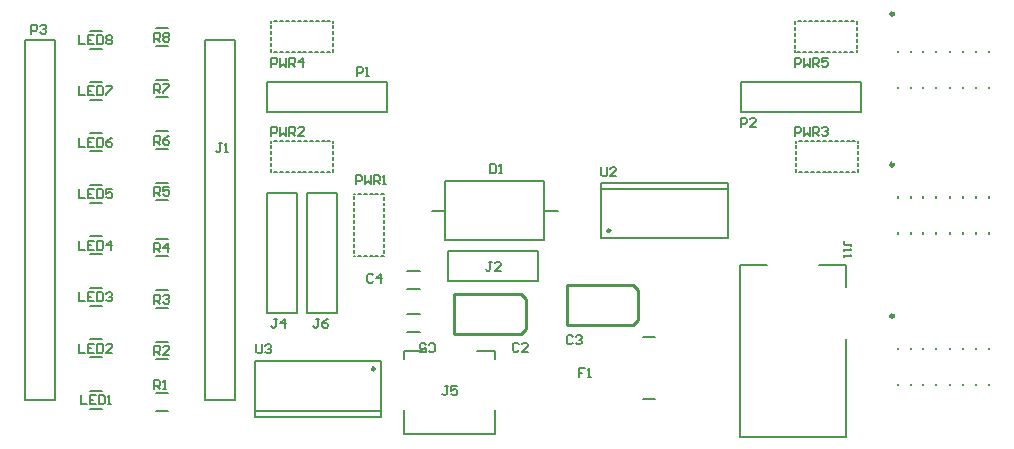
<source format=gto>
%FSLAX23Y23*%
%MOIN*%
G70*
G01*
G75*
%ADD10R,0.020X0.055*%
%ADD11R,0.037X0.067*%
%ADD12R,0.051X0.033*%
%ADD13R,0.132X0.213*%
%ADD14R,0.079X0.087*%
%ADD15C,0.025*%
%ADD16C,0.020*%
%ADD17C,0.015*%
%ADD18C,0.010*%
%ADD19C,0.005*%
%ADD20O,0.043X0.142*%
%ADD21C,0.063*%
%ADD22R,0.063X0.063*%
%ADD23P,0.128X8X112.5*%
%ADD24P,0.128X8X202.5*%
%ADD25C,0.081*%
%ADD26C,0.060*%
%ADD27C,0.059*%
%ADD28R,0.059X0.059*%
%ADD29R,0.059X0.059*%
%ADD30C,0.016*%
%ADD31C,0.024*%
%ADD32C,0.010*%
%ADD33C,0.012*%
%ADD34C,0.006*%
%ADD35C,0.008*%
%ADD36C,0.006*%
D18*
X710Y313D02*
X932D01*
X710Y447D02*
X932D01*
X710Y313D02*
Y447D01*
X948Y329D02*
Y431D01*
X932Y447D02*
X948Y431D01*
X932Y313D02*
X948Y329D01*
X1307Y343D02*
X1323Y359D01*
X1307Y477D02*
X1323Y461D01*
Y359D02*
Y461D01*
X1085Y343D02*
Y477D01*
X1307D01*
X1085Y343D02*
X1307D01*
D19*
X477Y604D02*
Y614D01*
Y584D02*
Y594D01*
X467Y574D02*
X477D01*
X447D02*
X457D01*
X428D02*
X438D01*
X408D02*
X418D01*
X388D02*
X398D01*
X388D02*
X398D01*
X374D02*
X379D01*
X374Y585D02*
Y595D01*
Y605D02*
Y615D01*
X477Y584D02*
Y594D01*
Y604D02*
Y614D01*
Y623D02*
Y633D01*
Y682D02*
Y692D01*
Y663D02*
Y673D01*
Y643D02*
Y653D01*
Y742D02*
Y751D01*
Y722D02*
Y732D01*
Y702D02*
Y712D01*
Y761D02*
Y771D01*
X467Y781D02*
X477D01*
X447D02*
X457D01*
X447D02*
X457D01*
X428D02*
X438D01*
X408D02*
X418D01*
X388D02*
X398D01*
X374D02*
X379D01*
X374Y762D02*
Y772D01*
Y703D02*
Y713D01*
Y723D02*
Y733D01*
Y743D02*
Y753D01*
Y644D02*
Y654D01*
Y664D02*
Y674D01*
Y684D02*
Y694D01*
Y625D02*
Y634D01*
Y605D02*
Y615D01*
Y585D02*
Y595D01*
X2030Y1254D02*
X2040D01*
X2010D02*
X2020D01*
X1991D02*
X2000D01*
X1931D02*
X1941D01*
X1951D02*
X1961D01*
X1971D02*
X1981D01*
X1872D02*
X1882D01*
X1892D02*
X1902D01*
X1912D02*
X1922D01*
X1853D02*
X1863D01*
X1844D02*
Y1259D01*
Y1268D02*
Y1278D01*
Y1288D02*
Y1298D01*
Y1308D02*
Y1318D01*
Y1327D02*
Y1337D01*
Y1327D02*
Y1337D01*
Y1347D02*
Y1357D01*
X1854D02*
X1864D01*
X1913D02*
X1923D01*
X1893D02*
X1903D01*
X1874D02*
X1883D01*
X1972D02*
X1982D01*
X1952D02*
X1962D01*
X1933D02*
X1943D01*
X1992D02*
X2002D01*
X2011D02*
X2021D01*
X2031D02*
X2041D01*
X2010Y1254D02*
X2020D01*
X2030D02*
X2040D01*
X2051D02*
Y1259D01*
Y1268D02*
Y1278D01*
Y1268D02*
Y1278D01*
Y1288D02*
Y1298D01*
Y1308D02*
Y1318D01*
Y1327D02*
Y1337D01*
Y1347D02*
Y1357D01*
X2031D02*
X2041D01*
X2011D02*
X2021D01*
X1860Y956D02*
X1870D01*
X1880D02*
X1890D01*
X1900D02*
X1909D01*
X1959D02*
X1969D01*
X1939D02*
X1949D01*
X1919D02*
X1929D01*
X2018D02*
X2028D01*
X1998D02*
X2008D01*
X1978D02*
X1988D01*
X2037D02*
X2047D01*
X2056Y951D02*
Y956D01*
Y932D02*
Y942D01*
Y912D02*
Y922D01*
Y892D02*
Y902D01*
Y873D02*
Y883D01*
Y873D02*
Y883D01*
Y853D02*
Y863D01*
X2036Y853D02*
X2046D01*
X1977D02*
X1987D01*
X1997D02*
X2007D01*
X2017D02*
X2026D01*
X1918D02*
X1928D01*
X1938D02*
X1948D01*
X1957D02*
X1967D01*
X1898D02*
X1908D01*
X1879D02*
X1889D01*
X1859D02*
X1869D01*
X1880Y956D02*
X1890D01*
X1860D02*
X1870D01*
X1849Y951D02*
Y956D01*
Y932D02*
Y942D01*
Y932D02*
Y942D01*
Y912D02*
Y922D01*
Y892D02*
Y902D01*
Y873D02*
Y883D01*
Y853D02*
Y863D01*
X1859Y853D02*
X1869D01*
X1879D02*
X1889D01*
X110Y1356D02*
X120D01*
X130D02*
X140D01*
X150D02*
X159D01*
X209D02*
X219D01*
X189D02*
X199D01*
X169D02*
X179D01*
X268D02*
X278D01*
X248D02*
X258D01*
X228D02*
X238D01*
X287D02*
X297D01*
X306Y1351D02*
Y1356D01*
Y1332D02*
Y1342D01*
Y1312D02*
Y1322D01*
Y1292D02*
Y1302D01*
Y1273D02*
Y1283D01*
Y1273D02*
Y1283D01*
Y1253D02*
Y1263D01*
X286Y1253D02*
X296D01*
X227D02*
X237D01*
X247D02*
X257D01*
X267D02*
X276D01*
X168D02*
X178D01*
X188D02*
X198D01*
X207D02*
X217D01*
X148D02*
X158D01*
X129D02*
X139D01*
X109D02*
X119D01*
X130Y1356D02*
X140D01*
X110D02*
X120D01*
X99Y1351D02*
Y1356D01*
Y1332D02*
Y1342D01*
Y1332D02*
Y1342D01*
Y1312D02*
Y1322D01*
Y1292D02*
Y1302D01*
Y1273D02*
Y1283D01*
Y1253D02*
Y1263D01*
X109Y1253D02*
X119D01*
X129D02*
X139D01*
X110Y956D02*
X120D01*
X130D02*
X140D01*
X150D02*
X159D01*
X209D02*
X219D01*
X189D02*
X199D01*
X169D02*
X179D01*
X268D02*
X278D01*
X248D02*
X258D01*
X228D02*
X238D01*
X287D02*
X297D01*
X306Y951D02*
Y956D01*
Y932D02*
Y942D01*
Y912D02*
Y922D01*
Y892D02*
Y902D01*
Y873D02*
Y883D01*
Y873D02*
Y883D01*
Y853D02*
Y863D01*
X286Y853D02*
X296D01*
X227D02*
X237D01*
X247D02*
X257D01*
X267D02*
X276D01*
X168D02*
X178D01*
X188D02*
X198D01*
X207D02*
X217D01*
X148D02*
X158D01*
X129D02*
X139D01*
X109D02*
X119D01*
X130Y956D02*
X140D01*
X110D02*
X120D01*
X99Y951D02*
Y956D01*
Y932D02*
Y942D01*
Y932D02*
Y942D01*
Y912D02*
Y922D01*
Y892D02*
Y902D01*
Y873D02*
Y883D01*
Y853D02*
Y863D01*
X109Y853D02*
X119D01*
X129D02*
X139D01*
X2033Y607D02*
Y615D01*
Y611D01*
X2012D01*
X2008Y615D01*
Y619D01*
X2012Y623D01*
X2008Y598D02*
Y590D01*
Y594D01*
X2033D01*
X2029Y598D01*
X2008Y577D02*
Y569D01*
Y573D01*
X2033D01*
X2029Y577D01*
D32*
X445Y197D02*
G03*
X445Y197I-5J0D01*
G01*
X1230Y658D02*
G03*
X1230Y658I-5J0D01*
G01*
D33*
X2174Y1381D02*
G03*
X2174Y1381I-5J0D01*
G01*
Y374D02*
G03*
X2174Y374I-5J0D01*
G01*
Y878D02*
G03*
X2174Y878I-5J0D01*
G01*
D34*
X543Y256D02*
X605D01*
X785D02*
X847D01*
Y230D02*
Y256D01*
X543Y230D02*
Y256D01*
X847Y-20D02*
Y60D01*
X543Y-20D02*
Y60D01*
Y-20D02*
X847D01*
D35*
X44Y38D02*
Y223D01*
X466Y38D02*
Y223D01*
X44D02*
X466D01*
X44Y38D02*
X466D01*
X44Y57D02*
X466D01*
X-505Y65D02*
X-465D01*
X-505Y125D02*
X-465D01*
X2188Y1253D02*
Y1257D01*
X2232Y1253D02*
Y1257D01*
X1662Y545D02*
X1752Y545D01*
X1662Y-30D02*
Y545D01*
Y-30D02*
X2016D01*
X1926Y545D02*
X2016D01*
Y470D02*
Y545D01*
Y-30D02*
Y296D01*
X680Y626D02*
X1010D01*
Y824D01*
X680D02*
X1010D01*
X680Y626D02*
Y824D01*
X1010Y725D02*
X1054D01*
X636D02*
X680D01*
X2065Y1055D02*
Y1155D01*
X1665Y1055D02*
X2065D01*
X1665Y1155D02*
X2065D01*
X1665Y1055D02*
Y1155D01*
X990Y489D02*
Y589D01*
X690Y489D02*
X990D01*
X690D02*
Y589D01*
X990D01*
X-720Y170D02*
Y1295D01*
Y95D02*
Y170D01*
Y95D02*
X-620D01*
Y1295D01*
X-720D02*
X-620D01*
X1340Y302D02*
X1380D01*
X1340Y98D02*
X1380D01*
X553Y525D02*
X597D01*
X553Y465D02*
X597D01*
X2188Y264D02*
Y268D01*
X2232Y264D02*
Y268D01*
X2273Y264D02*
Y268D01*
X2317Y264D02*
Y268D01*
X2407Y264D02*
Y268D01*
X2363Y264D02*
Y268D01*
X2448Y264D02*
Y268D01*
X2492Y264D02*
Y268D01*
X2188Y144D02*
Y148D01*
X2232Y144D02*
Y148D01*
X2317Y144D02*
Y148D01*
X2273Y144D02*
Y148D01*
X2363Y144D02*
Y148D01*
X2407Y144D02*
Y148D01*
X2492Y144D02*
Y148D01*
X2448Y144D02*
Y148D01*
X553Y380D02*
X597D01*
X553Y320D02*
X597D01*
X2492Y648D02*
Y652D01*
X2448Y648D02*
Y652D01*
X2363Y648D02*
Y652D01*
X2407Y648D02*
Y652D01*
X2317Y648D02*
Y652D01*
X2273Y648D02*
Y652D01*
X2188Y648D02*
Y652D01*
X2232Y648D02*
Y652D01*
X2492Y1133D02*
Y1137D01*
X2448Y1133D02*
Y1137D01*
X2407Y1133D02*
Y1137D01*
X2363Y1133D02*
Y1137D01*
X2317Y1133D02*
Y1137D01*
X2273Y1133D02*
Y1137D01*
X2232Y1133D02*
Y1137D01*
X2188Y1133D02*
Y1137D01*
X2448Y768D02*
Y772D01*
X2492Y768D02*
Y772D01*
X2407Y768D02*
Y772D01*
X2363Y768D02*
Y772D01*
X2273Y768D02*
Y772D01*
X2317Y768D02*
Y772D01*
X2188Y768D02*
Y772D01*
X2232Y768D02*
Y772D01*
X2448Y1253D02*
Y1257D01*
X2492Y1253D02*
Y1257D01*
X2363Y1253D02*
Y1257D01*
X2407Y1253D02*
Y1257D01*
X2273Y1253D02*
Y1257D01*
X2317Y1253D02*
Y1257D01*
X1199Y798D02*
X1621D01*
X1199Y817D02*
X1621D01*
X1199Y632D02*
X1621D01*
X1199D02*
Y817D01*
X1621Y632D02*
Y817D01*
X-285Y1332D02*
X-245D01*
X-285Y1273D02*
X-245D01*
X-285Y1161D02*
X-245D01*
X-285Y1102D02*
X-245D01*
X-285Y990D02*
X-245D01*
X-285Y930D02*
X-245D01*
X-285Y818D02*
X-245D01*
X-285Y759D02*
X-245D01*
X-285Y631D02*
X-245D01*
X-285Y572D02*
X-245D01*
X-285Y460D02*
X-245D01*
X-285Y400D02*
X-245D01*
X-285Y288D02*
X-245D01*
X-285Y229D02*
X-245D01*
X-285Y117D02*
X-245D01*
X-285Y58D02*
X-245D01*
X-505Y1265D02*
X-465D01*
X-505Y1325D02*
X-465D01*
X-505Y1094D02*
X-465D01*
X-505Y1153D02*
X-465D01*
X-505Y923D02*
X-465D01*
X-505Y982D02*
X-465D01*
X-505Y751D02*
X-465D01*
X-505Y810D02*
X-465D01*
X-505Y580D02*
X-465D01*
X-505Y639D02*
X-465D01*
X-505Y408D02*
X-465D01*
X-505Y467D02*
X-465D01*
X-505Y237D02*
X-465D01*
X-505Y296D02*
X-465D01*
X-120Y170D02*
Y1295D01*
Y95D02*
Y170D01*
Y95D02*
X-20D01*
Y1295D01*
X-120D02*
X-20D01*
X485Y1055D02*
Y1155D01*
X85Y1055D02*
X485D01*
X85Y1155D02*
X485D01*
X85Y1055D02*
Y1155D01*
Y385D02*
X185D01*
X85D02*
Y785D01*
X185Y385D02*
Y785D01*
X85D02*
X185D01*
X220D02*
X320D01*
Y385D02*
Y785D01*
X220Y385D02*
Y785D01*
Y385D02*
X320D01*
D36*
X690Y139D02*
X680D01*
X685D01*
Y114D01*
X680Y109D01*
X675D01*
X670Y114D01*
X720Y139D02*
X700D01*
Y124D01*
X710Y129D01*
X715D01*
X720Y124D01*
Y114D01*
X715Y109D01*
X705D01*
X700Y114D01*
X50Y280D02*
Y255D01*
X55Y250D01*
X65D01*
X70Y255D01*
Y280D01*
X80Y275D02*
X85Y280D01*
X95D01*
X100Y275D01*
Y270D01*
X95Y265D01*
X90D01*
X95D01*
X100Y260D01*
Y255D01*
X95Y250D01*
X85D01*
X80Y255D01*
X-535Y110D02*
Y80D01*
X-515D01*
X-485Y110D02*
X-505D01*
Y80D01*
X-485D01*
X-505Y95D02*
X-495D01*
X-475Y110D02*
Y80D01*
X-460D01*
X-455Y85D01*
Y105D01*
X-460Y110D01*
X-475D01*
X-445Y80D02*
X-435D01*
X-440D01*
Y110D01*
X-445Y105D01*
X830Y880D02*
Y850D01*
X845D01*
X850Y855D01*
Y875D01*
X845Y880D01*
X830D01*
X860Y850D02*
X870D01*
X865D01*
Y880D01*
X860Y875D01*
X382Y813D02*
Y843D01*
X396D01*
X401Y838D01*
Y828D01*
X396Y823D01*
X382D01*
X411Y843D02*
Y813D01*
X421Y823D01*
X431Y813D01*
Y843D01*
X441Y813D02*
Y843D01*
X456D01*
X461Y838D01*
Y828D01*
X456Y823D01*
X441D01*
X451D02*
X461Y813D01*
X471D02*
X481D01*
X476D01*
Y843D01*
X471Y838D01*
X1665Y1005D02*
Y1035D01*
X1680D01*
X1685Y1030D01*
Y1020D01*
X1680Y1015D01*
X1665D01*
X1715Y1005D02*
X1695D01*
X1715Y1025D01*
Y1030D01*
X1710Y1035D01*
X1700D01*
X1695Y1030D01*
X835Y554D02*
X825D01*
X830D01*
Y529D01*
X825Y524D01*
X820D01*
X815Y529D01*
X865Y524D02*
X845D01*
X865Y544D01*
Y549D01*
X860Y554D01*
X850D01*
X845Y549D01*
X-700Y1315D02*
Y1345D01*
X-685D01*
X-680Y1340D01*
Y1330D01*
X-685Y1325D01*
X-700D01*
X-670Y1340D02*
X-665Y1345D01*
X-655D01*
X-650Y1340D01*
Y1335D01*
X-655Y1330D01*
X-660D01*
X-655D01*
X-650Y1325D01*
Y1320D01*
X-655Y1315D01*
X-665D01*
X-670Y1320D01*
X1145Y200D02*
X1125D01*
Y185D01*
X1135D01*
X1125D01*
Y170D01*
X1155D02*
X1165D01*
X1160D01*
Y200D01*
X1155Y195D01*
X440Y510D02*
X435Y515D01*
X425D01*
X420Y510D01*
Y490D01*
X425Y485D01*
X435D01*
X440Y490D01*
X465Y485D02*
Y515D01*
X450Y500D01*
X470D01*
X925Y280D02*
X920Y285D01*
X910D01*
X905Y280D01*
Y260D01*
X910Y255D01*
X920D01*
X925Y260D01*
X955Y255D02*
X935D01*
X955Y275D01*
Y280D01*
X950Y285D01*
X940D01*
X935Y280D01*
X625Y257D02*
X630Y252D01*
X640D01*
X645Y257D01*
Y277D01*
X640Y282D01*
X630D01*
X625Y277D01*
X595Y252D02*
X615D01*
Y267D01*
X605Y262D01*
X600D01*
X595Y267D01*
Y277D01*
X600Y282D01*
X610D01*
X615Y277D01*
X1845Y1205D02*
Y1235D01*
X1860D01*
X1865Y1230D01*
Y1220D01*
X1860Y1215D01*
X1845D01*
X1875Y1235D02*
Y1205D01*
X1885Y1215D01*
X1895Y1205D01*
Y1235D01*
X1905Y1205D02*
Y1235D01*
X1920D01*
X1925Y1230D01*
Y1220D01*
X1920Y1215D01*
X1905D01*
X1915D02*
X1925Y1205D01*
X1955Y1235D02*
X1935D01*
Y1220D01*
X1945Y1225D01*
X1950D01*
X1955Y1220D01*
Y1210D01*
X1950Y1205D01*
X1940D01*
X1935Y1210D01*
X1845Y975D02*
Y1005D01*
X1860D01*
X1865Y1000D01*
Y990D01*
X1860Y985D01*
X1845D01*
X1875Y1005D02*
Y975D01*
X1885Y985D01*
X1895Y975D01*
Y1005D01*
X1905Y975D02*
Y1005D01*
X1920D01*
X1925Y1000D01*
Y990D01*
X1920Y985D01*
X1905D01*
X1915D02*
X1925Y975D01*
X1935Y1000D02*
X1940Y1005D01*
X1950D01*
X1955Y1000D01*
Y995D01*
X1950Y990D01*
X1945D01*
X1950D01*
X1955Y985D01*
Y980D01*
X1950Y975D01*
X1940D01*
X1935Y980D01*
X100Y1205D02*
Y1235D01*
X115D01*
X120Y1230D01*
Y1220D01*
X115Y1215D01*
X100D01*
X130Y1235D02*
Y1205D01*
X140Y1215D01*
X150Y1205D01*
Y1235D01*
X160Y1205D02*
Y1235D01*
X175D01*
X180Y1230D01*
Y1220D01*
X175Y1215D01*
X160D01*
X170D02*
X180Y1205D01*
X205D02*
Y1235D01*
X190Y1220D01*
X210D01*
X100Y975D02*
Y1005D01*
X115D01*
X120Y1000D01*
Y990D01*
X115Y985D01*
X100D01*
X130Y1005D02*
Y975D01*
X140Y985D01*
X150Y975D01*
Y1005D01*
X160Y975D02*
Y1005D01*
X175D01*
X180Y1000D01*
Y990D01*
X175Y985D01*
X160D01*
X170D02*
X180Y975D01*
X210D02*
X190D01*
X210Y995D01*
Y1000D01*
X205Y1005D01*
X195D01*
X190Y1000D01*
X1200Y870D02*
Y845D01*
X1205Y840D01*
X1215D01*
X1220Y845D01*
Y870D01*
X1250Y840D02*
X1230D01*
X1250Y860D01*
Y865D01*
X1245Y870D01*
X1235D01*
X1230Y865D01*
X-290Y1288D02*
Y1318D01*
X-275D01*
X-270Y1313D01*
Y1303D01*
X-275Y1298D01*
X-290D01*
X-280D02*
X-270Y1288D01*
X-260Y1313D02*
X-255Y1318D01*
X-245D01*
X-240Y1313D01*
Y1308D01*
X-245Y1303D01*
X-240Y1298D01*
Y1293D01*
X-245Y1288D01*
X-255D01*
X-260Y1293D01*
Y1298D01*
X-255Y1303D01*
X-260Y1308D01*
Y1313D01*
X-255Y1303D02*
X-245D01*
X-290Y1116D02*
Y1146D01*
X-275D01*
X-270Y1141D01*
Y1131D01*
X-275Y1126D01*
X-290D01*
X-280D02*
X-270Y1116D01*
X-260Y1146D02*
X-240D01*
Y1141D01*
X-260Y1121D01*
Y1116D01*
X-290Y945D02*
Y975D01*
X-275D01*
X-270Y970D01*
Y960D01*
X-275Y955D01*
X-290D01*
X-280D02*
X-270Y945D01*
X-240Y975D02*
X-250Y970D01*
X-260Y960D01*
Y950D01*
X-255Y945D01*
X-245D01*
X-240Y950D01*
Y955D01*
X-245Y960D01*
X-260D01*
X-290Y774D02*
Y804D01*
X-275D01*
X-270Y799D01*
Y789D01*
X-275Y784D01*
X-290D01*
X-280D02*
X-270Y774D01*
X-240Y804D02*
X-260D01*
Y789D01*
X-250Y794D01*
X-245D01*
X-240Y789D01*
Y779D01*
X-245Y774D01*
X-255D01*
X-260Y779D01*
X-290Y586D02*
Y616D01*
X-275D01*
X-270Y611D01*
Y601D01*
X-275Y596D01*
X-290D01*
X-280D02*
X-270Y586D01*
X-245D02*
Y616D01*
X-260Y601D01*
X-240D01*
X-290Y415D02*
Y445D01*
X-275D01*
X-270Y440D01*
Y430D01*
X-275Y425D01*
X-290D01*
X-280D02*
X-270Y415D01*
X-260Y440D02*
X-255Y445D01*
X-245D01*
X-240Y440D01*
Y435D01*
X-245Y430D01*
X-250D01*
X-245D01*
X-240Y425D01*
Y420D01*
X-245Y415D01*
X-255D01*
X-260Y420D01*
X-290Y244D02*
Y274D01*
X-275D01*
X-270Y269D01*
Y259D01*
X-275Y254D01*
X-290D01*
X-280D02*
X-270Y244D01*
X-240D02*
X-260D01*
X-240Y264D01*
Y269D01*
X-245Y274D01*
X-255D01*
X-260Y269D01*
X-290Y130D02*
Y160D01*
X-275D01*
X-270Y155D01*
Y145D01*
X-275Y140D01*
X-290D01*
X-280D02*
X-270Y130D01*
X-260D02*
X-250D01*
X-255D01*
Y160D01*
X-260Y155D01*
X-540Y1310D02*
Y1280D01*
X-520D01*
X-490Y1310D02*
X-510D01*
Y1280D01*
X-490D01*
X-510Y1295D02*
X-500D01*
X-480Y1310D02*
Y1280D01*
X-465D01*
X-460Y1285D01*
Y1305D01*
X-465Y1310D01*
X-480D01*
X-450Y1305D02*
X-445Y1310D01*
X-435D01*
X-430Y1305D01*
Y1300D01*
X-435Y1295D01*
X-430Y1290D01*
Y1285D01*
X-435Y1280D01*
X-445D01*
X-450Y1285D01*
Y1290D01*
X-445Y1295D01*
X-450Y1300D01*
Y1305D01*
X-445Y1295D02*
X-435D01*
X-540Y1139D02*
Y1109D01*
X-520D01*
X-490Y1139D02*
X-510D01*
Y1109D01*
X-490D01*
X-510Y1124D02*
X-500D01*
X-480Y1139D02*
Y1109D01*
X-465D01*
X-460Y1114D01*
Y1134D01*
X-465Y1139D01*
X-480D01*
X-450D02*
X-430D01*
Y1134D01*
X-450Y1114D01*
Y1109D01*
X-540Y967D02*
Y937D01*
X-520D01*
X-490Y967D02*
X-510D01*
Y937D01*
X-490D01*
X-510Y952D02*
X-500D01*
X-480Y967D02*
Y937D01*
X-465D01*
X-460Y942D01*
Y962D01*
X-465Y967D01*
X-480D01*
X-430D02*
X-440Y962D01*
X-450Y952D01*
Y942D01*
X-445Y937D01*
X-435D01*
X-430Y942D01*
Y947D01*
X-435Y952D01*
X-450D01*
X-540Y796D02*
Y766D01*
X-520D01*
X-490Y796D02*
X-510D01*
Y766D01*
X-490D01*
X-510Y781D02*
X-500D01*
X-480Y796D02*
Y766D01*
X-465D01*
X-460Y771D01*
Y791D01*
X-465Y796D01*
X-480D01*
X-430D02*
X-450D01*
Y781D01*
X-440Y786D01*
X-435D01*
X-430Y781D01*
Y771D01*
X-435Y766D01*
X-445D01*
X-450Y771D01*
X-540Y624D02*
Y594D01*
X-520D01*
X-490Y624D02*
X-510D01*
Y594D01*
X-490D01*
X-510Y609D02*
X-500D01*
X-480Y624D02*
Y594D01*
X-465D01*
X-460Y599D01*
Y619D01*
X-465Y624D01*
X-480D01*
X-435Y594D02*
Y624D01*
X-450Y609D01*
X-430D01*
X-540Y453D02*
Y423D01*
X-520D01*
X-490Y453D02*
X-510D01*
Y423D01*
X-490D01*
X-510Y438D02*
X-500D01*
X-480Y453D02*
Y423D01*
X-465D01*
X-460Y428D01*
Y448D01*
X-465Y453D01*
X-480D01*
X-450Y448D02*
X-445Y453D01*
X-435D01*
X-430Y448D01*
Y443D01*
X-435Y438D01*
X-440D01*
X-435D01*
X-430Y433D01*
Y428D01*
X-435Y423D01*
X-445D01*
X-450Y428D01*
X-540Y281D02*
Y251D01*
X-520D01*
X-490Y281D02*
X-510D01*
Y251D01*
X-490D01*
X-510Y266D02*
X-500D01*
X-480Y281D02*
Y251D01*
X-465D01*
X-460Y256D01*
Y276D01*
X-465Y281D01*
X-480D01*
X-430Y251D02*
X-450D01*
X-430Y271D01*
Y276D01*
X-435Y281D01*
X-445D01*
X-450Y276D01*
X-65Y950D02*
X-75D01*
X-70D01*
Y925D01*
X-75Y920D01*
X-80D01*
X-85Y925D01*
X-55Y920D02*
X-45D01*
X-50D01*
Y950D01*
X-55Y945D01*
X1105Y305D02*
X1100Y310D01*
X1090D01*
X1085Y305D01*
Y285D01*
X1090Y280D01*
X1100D01*
X1105Y285D01*
X1115Y305D02*
X1120Y310D01*
X1130D01*
X1135Y305D01*
Y300D01*
X1130Y295D01*
X1125D01*
X1130D01*
X1135Y290D01*
Y285D01*
X1130Y280D01*
X1120D01*
X1115Y285D01*
X385Y1175D02*
Y1205D01*
X400D01*
X405Y1200D01*
Y1190D01*
X400Y1185D01*
X385D01*
X415Y1175D02*
X425D01*
X420D01*
Y1205D01*
X415Y1200D01*
X120Y365D02*
X110D01*
X115D01*
Y340D01*
X110Y335D01*
X105D01*
X100Y340D01*
X145Y335D02*
Y365D01*
X130Y350D01*
X150D01*
X260Y365D02*
X250D01*
X255D01*
Y340D01*
X250Y335D01*
X245D01*
X240Y340D01*
X290Y365D02*
X280Y360D01*
X270Y350D01*
Y340D01*
X275Y335D01*
X285D01*
X290Y340D01*
Y345D01*
X285Y350D01*
X270D01*
M02*

</source>
